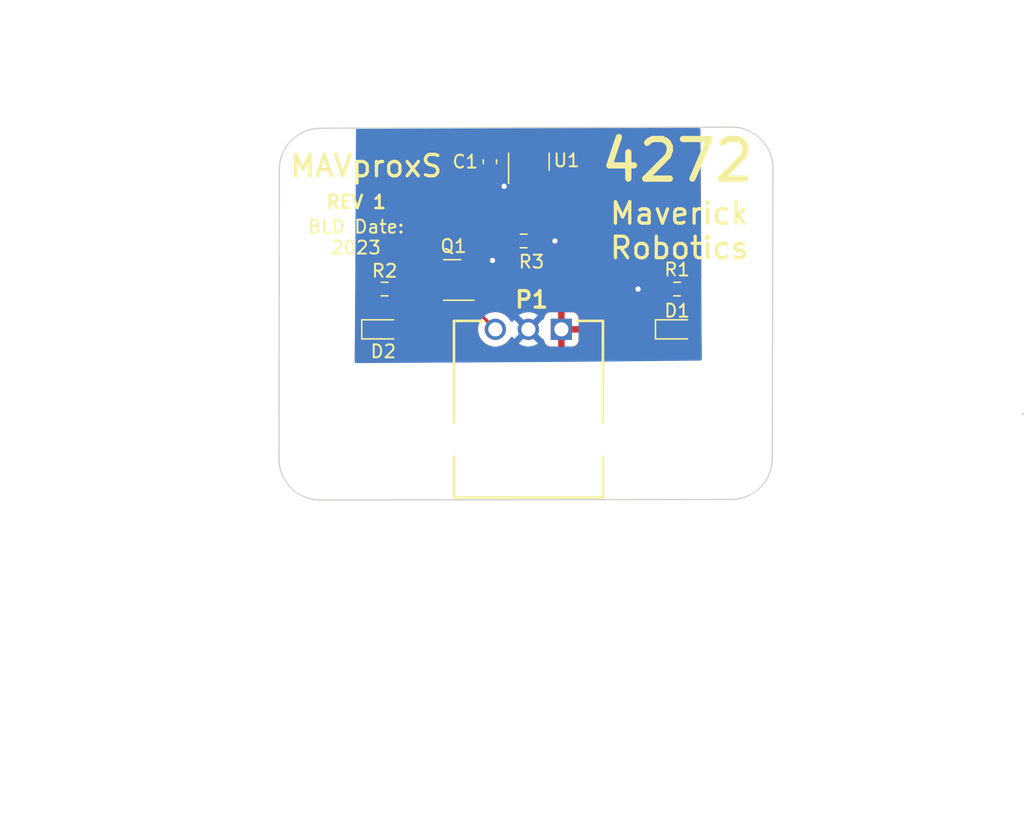
<source format=kicad_pcb>
(kicad_pcb (version 20221018) (generator pcbnew)
  (layers (0 "F.Cu" signal) (31 "B.Cu" signal) (34 "B.Paste" user) (35 "F.Paste" user) (36 "B.SilkS" user "B.Silkscreen") (37 "F.SilkS" user "F.Silkscreen") (38 "B.Mask" user) (39 "F.Mask" user) (44 "Edge.Cuts" user))
  (net 0 "")
  (net 1 "+3.3V")
  (net 2 "GND")
  (net 3 "Net-(D2-A)")
  (net 4 "Net-(Q1-G)")
  (net 5 "Net-(D2-K)")
  (net 6 "Net-(D1-A)")
  (footprint "LED_SMD:LED_0603_1608Metric_Pad1.05x0.95mm_HandSolder" (layer "F.Cu") (at 163.765 63.675)
    (fp_text reference "D1" (at 0 -1.43) (layer "F.SilkS"))
    (fp_text value "RED")
    (fp_line (start -1.66 -0.735) (end -1.66 0.735) (stroke (width 0.12)) (layer "F.SilkS"))
    (fp_line (start -1.66 0.735) (end 0.8 0.735) (stroke (width 0.12)) (layer "F.SilkS"))
    (fp_line (start 0.8 -0.735) (end -1.66 -0.735) (stroke (width 0.12)) (layer "F.SilkS"))
    (pad "1" smd roundrect (at -0.875 0) (size 1.05 0.95) (layers "F.Cu" "F.Paste" "F.Mask") (net 2 "GND"))
    (pad "2" smd roundrect (at 0.875 0) (size 1.05 0.95) (layers "F.Cu" "F.Paste" "F.Mask") (net 6 "Net-(D1-A)"))
  )
  (footprint "LED_SMD:LED_0603_1608Metric_Pad1.05x0.95mm_HandSolder" (layer "F.Cu") (at 141.165 63.675)
    (fp_text reference "D2" (at 0 1.7) (layer "F.SilkS"))
    (fp_text value "GRN")
    (fp_line (start -1.66 -0.735) (end -1.66 0.735) (stroke (width 0.12)) (layer "F.SilkS"))
    (fp_line (start -1.66 0.735) (end 0.8 0.735) (stroke (width 0.12)) (layer "F.SilkS"))
    (fp_line (start 0.8 -0.735) (end -1.66 -0.735) (stroke (width 0.12)) (layer "F.SilkS"))
    (pad "1" smd roundrect (at -0.875 0) (size 1.05 0.95) (layers "F.Cu" "F.Paste" "F.Mask") (net 5 "Net-(D2-K)"))
    (pad "2" smd roundrect (at 0.875 0) (size 1.05 0.95) (layers "F.Cu" "F.Paste" "F.Mask") (net 3 "Net-(D2-A)"))
  )
  (footprint "Package_TO_SOT_SMD:SOT-23" (layer "F.Cu") (at 152.365 50.775 90)
    (fp_text reference "U1" (at 0.1 2.9 180) (layer "F.SilkS"))
    (fp_text value "DRV5032FCBZR")
    (fp_line (start 0 -1.56) (end -1.675 -1.56) (stroke (width 0.12)) (layer "F.SilkS"))
    (fp_line (start 0 -1.56) (end 0.65 -1.56) (stroke (width 0.12)) (layer "F.SilkS"))
    (fp_line (start 0 1.56) (end -0.65 1.56) (stroke (width 0.12)) (layer "F.SilkS"))
    (fp_line (start 0 1.56) (end 0.65 1.56) (stroke (width 0.12)) (layer "F.SilkS"))
    (pad "1" smd roundrect (at -0.9375 -0.95 90) (size 1.475 0.6) (layers "F.Cu" "F.Paste" "F.Mask") (net 1 "+3.3V"))
    (pad "2" smd roundrect (at -0.9375 0.95 90) (size 1.475 0.6) (layers "F.Cu" "F.Paste" "F.Mask") (net 4 "Net-(Q1-G)"))
    (pad "3" smd roundrect (at 0.9375 0 90) (size 1.475 0.6) (layers "F.Cu" "F.Paste" "F.Mask") (net 2 "GND"))
  )
  (footprint "Package_TO_SOT_SMD:SOT-23" (layer "F.Cu") (at 146.465 59.875 180)
    (fp_text reference "Q1" (at -0.1 2.6 -360) (layer "F.SilkS"))
    (fp_text value "FDN338P")
    (fp_line (start 0 -1.56) (end -1.675 -1.56) (stroke (width 0.12)) (layer "F.SilkS"))
    (fp_line (start 0 -1.56) (end 0.65 -1.56) (stroke (width 0.12)) (layer "F.SilkS"))
    (fp_line (start 0 1.56) (end -0.65 1.56) (stroke (width 0.12)) (layer "F.SilkS"))
    (fp_line (start 0 1.56) (end 0.65 1.56) (stroke (width 0.12)) (layer "F.SilkS"))
    (pad "1" smd roundrect (at -0.9375 -0.95 180) (size 1.475 0.6) (layers "F.Cu" "F.Paste" "F.Mask") (net 4 "Net-(Q1-G)"))
    (pad "2" smd roundrect (at -0.9375 0.95 180) (size 1.475 0.6) (layers "F.Cu" "F.Paste" "F.Mask") (net 1 "+3.3V"))
    (pad "3" smd roundrect (at 0.9375 0 180) (size 1.475 0.6) (layers "F.Cu" "F.Paste" "F.Mask") (net 3 "Net-(D2-A)"))
  )
  (footprint "Resistor_SMD:R_0603_1608Metric_Pad0.98x0.95mm_HandSolder" (layer "F.Cu") (at 163.765 60.575)
    (fp_text reference "R1" (at 0 -1.5 180) (layer "F.SilkS"))
    (fp_text value "137")
    (fp_line (start -0.254724 -0.5225) (end 0.254724 -0.5225) (stroke (width 0.12)) (layer "F.SilkS"))
    (fp_line (start -0.254724 0.5225) (end 0.254724 0.5225) (stroke (width 0.12)) (layer "F.SilkS"))
    (pad "1" smd roundrect (at -0.9125 0) (size 0.975 0.95) (layers "F.Cu" "F.Paste" "F.Mask") (net 1 "+3.3V"))
    (pad "2" smd roundrect (at 0.9125 0) (size 0.975 0.95) (layers "F.Cu" "F.Paste" "F.Mask") (net 6 "Net-(D1-A)"))
  )
  (footprint "Resistor_SMD:R_0603_1608Metric_Pad0.98x0.95mm_HandSolder" (layer "F.Cu") (at 141.265 60.575)
    (fp_text reference "R2" (at 0 -1.4 180) (layer "F.SilkS"))
    (fp_text value "137")
    (fp_line (start -0.254724 -0.5225) (end 0.254724 -0.5225) (stroke (width 0.12)) (layer "F.SilkS"))
    (fp_line (start -0.254724 0.5225) (end 0.254724 0.5225) (stroke (width 0.12)) (layer "F.SilkS"))
    (pad "1" smd roundrect (at -0.9125 0) (size 0.975 0.95) (layers "F.Cu" "F.Paste" "F.Mask") (net 5 "Net-(D2-K)"))
    (pad "2" smd roundrect (at 0.9125 0) (size 0.975 0.95) (layers "F.Cu" "F.Paste" "F.Mask") (net 2 "GND"))
  )
  (footprint "Library Loader:705550037" (layer "F.Cu") (at 154.865 63.675)
    (fp_text reference "P1" (at -2.286 -2.286) (layer "F.SilkS") (effects (font (size 1.27 1.27) (thickness 0.254))))
    (fp_text value "15-91-7030" hide)
    (fp_line (start -8.265 -0.65) (end -6 -0.65) (stroke (width 0.2)) (layer "F.SilkS"))
    (fp_line (start -8.265 7.2) (end -8.265 -0.65) (stroke (width 0.2)) (layer "F.SilkS"))
    (fp_line (start -8.265 12.94) (end -8.265 9.8) (stroke (width 0.2)) (layer "F.SilkS"))
    (fp_line (start 1.2 -0.65) (end 3.2 -0.65) (stroke (width 0.2)) (layer "F.SilkS"))
    (fp_line (start 3.185 9.8) (end 3.185 12.94) (stroke (width 0.2)) (layer "F.SilkS"))
    (fp_line (start 3.185 12.94) (end -8.265 12.94) (stroke (width 0.2)) (layer "F.SilkS"))
    (fp_line (start 3.2 -0.65) (end 3.185 7.2) (stroke (width 0.2)) (layer "F.SilkS"))
    (pad "" np_thru_hole circle (at -6.48 8.64) (size 0.001 0.001) (drill 3.4) (layers "*.Cu" "*.Mask"))
    (pad "" np_thru_hole circle (at 1.4 8.64) (size 0.001 0.001) (drill 3.4) (layers "*.Cu" "*.Mask"))
    (pad "1" thru_hole rect (at 0 0) (size 1.635 1.635) (drill 1.09) (layers "*.Cu" "*.Mask") (net 2 "GND"))
    (pad "2" thru_hole circle (at -2.54 0) (size 1.635 1.635) (drill 1.09) (layers "*.Cu" "*.Mask") (net 1 "+3.3V"))
    (pad "3" thru_hole circle (at -5.08 0) (size 1.635 1.635) (drill 1.09) (layers "*.Cu" "*.Mask") (net 4 "Net-(Q1-G)"))
  )
  (footprint "MountingHole:MountingHole_3.5mm" (layer "F.Cu") (at 165.1 71.875)
    (fp_text reference "REF**" hide)
    (fp_text value "MountingHole_3.5mm")
    (pad "" np_thru_hole circle (at 0 0) (size 3.5 3.5) (drill 3.5) (layers "*.Cu" "*.Mask"))
  )
  (footprint "Resistor_SMD:R_0603_1608Metric_Pad0.98x0.95mm_HandSolder" (layer "F.Cu") (at 151.965 56.875)
    (fp_text reference "R3" (at 0.6 1.6) (layer "F.SilkS"))
    (fp_text value "100K")
    (fp_line (start -0.254724 -0.5225) (end 0.254724 -0.5225) (stroke (width 0.12)) (layer "F.SilkS"))
    (fp_line (start -0.254724 0.5225) (end 0.254724 0.5225) (stroke (width 0.12)) (layer "F.SilkS"))
    (pad "1" smd roundrect (at -0.9125 0) (size 0.975 0.95) (layers "F.Cu" "F.Paste" "F.Mask") (net 4 "Net-(Q1-G)"))
    (pad "2" smd roundrect (at 0.9125 0) (size 0.975 0.95) (layers "F.Cu" "F.Paste" "F.Mask") (net 1 "+3.3V"))
  )
  (footprint "Capacitor_SMD:C_0603_1608Metric_Pad1.08x0.95mm_HandSolder" (layer "F.Cu") (at 149.365 50.775 90)
    (fp_text reference "C1" (at 0 -1.9 180) (layer "F.SilkS"))
    (fp_text value "100nF")
    (fp_line (start -0.146267 -0.51) (end 0.146267 -0.51) (stroke (width 0.12)) (layer "F.SilkS"))
    (fp_line (start -0.146267 0.51) (end 0.146267 0.51) (stroke (width 0.12)) (layer "F.SilkS"))
    (pad "1" smd roundrect (at -0.8625 0 90) (size 1.075 0.95) (layers "F.Cu" "F.Paste" "F.Mask") (net 1 "+3.3V"))
    (pad "2" smd roundrect (at 0.8625 0 90) (size 1.075 0.95) (layers "F.Cu" "F.Paste" "F.Mask") (net 2 "GND"))
  )
  (footprint "MountingHole:MountingHole_3.5mm" (layer "F.Cu") (at 139.7 71.875)
    (fp_text reference "REF**" hide)
    (fp_text value "MountingHole_3.5mm")
    (pad "" np_thru_hole circle (at 0 0) (size 3.5 3.5) (drill 3.5) (layers "*.Cu" "*.Mask"))
  )
  (gr_arc (start 171.094936 73.5875) (mid 170.165 75.832564) (end 167.919936 76.7625) (stroke (width 0.1)) (layer "Edge.Cuts"))
  (gr_line (start 190.365 70.175) (end 190.365 70.175) (stroke (width 0.2)) (layer "Edge.Cuts"))
  (gr_arc (start 133.165 51.375) (mid 134.094936 49.129936) (end 136.34 48.2) (stroke (width 0.1)) (layer "Edge.Cuts"))
  (gr_arc (start 136.310064 76.804936) (mid 134.065 75.875) (end 133.135064 73.629936) (stroke (width 0.1)) (layer "Edge.Cuts"))
  (gr_arc (start 167.965 48.1125) (mid 170.210064 49.042436) (end 171.14 51.2875) (stroke (width 0.1)) (layer "Edge.Cuts"))
  (gr_line (start 133.165 51.375) (end 133.135064 73.629936) (stroke (width 0.1)) (layer "Edge.Cuts"))
  (gr_line (start 136.34 48.2) (end 167.965 48.1125) (stroke (width 0.1)) (layer "Edge.Cuts"))
  (gr_line (start 167.919936 76.7625) (end 136.310064 76.804936) (stroke (width 0.1)) (layer "Edge.Cuts"))
  (gr_line (start 171.14 51.2875) (end 171.094936 73.5875) (stroke (width 0.1)) (layer "Edge.Cuts"))
  (gr_text "MAVproxS" (at 133.865 52.075) (layer "F.SilkS") (effects (font (size 1.651 1.651) (thickness 0.254)) (justify left bottom)))
  (gr_text "BLD Date:\n2023" (at 139.065 57.975) (layer "F.SilkS") (effects (font (size 1 1)) (justify bottom)))
  (gr_text "REV 1" (at 136.665 54.475) (layer "F.SilkS") (effects (font (size 1.016 1.016) (thickness 0.2032) bold) (justify left bottom)))
  (gr_text "4272" (at 157.665 52.475) (layer "F.SilkS") (effects (font (size 3.048 3.048) (thickness 0.4826)) (justify left bottom)))
  (gr_text "Maverick \nRobotics" (at 158.465 58.375) (layer "F.SilkS") (effects (font (size 1.651 1.651) (thickness 0.254)) (justify left bottom)))
  (segment (start 149.565 58.375) (end 147.9525 58.375) (width 0.25) (layer "F.Cu") (net 1))
  (segment (start 150.39625 52.66875) (end 149.365 51.6375) (width 0.25) (layer "F.Cu") (net 1))
  (segment (start 150.45875 52.66875) (end 151.415 51.7125) (width 0.25) (layer "F.Cu") (net 1))
  (segment (start 147.9525 58.375) (end 147.4025 58.925) (width 0.25) (layer "F.Cu") (net 1))
  (segment (start 152.8775 56.875) (end 154.365 56.875) (width 0.25) (layer "F.Cu") (net 1))
  (segment (start 162.8525 60.575) (end 160.765 60.575) (width 0.25) (layer "F.Cu") (net 1))
  (segment (start 150.45875 52.66875) (end 150.39625 52.66875) (width 0.25) (layer "F.Cu") (net 1))
  (via (at 149.565 58.375) (size 0.8) (drill 0.4) (layers "F.Cu" "B.Cu") (net 1))
  (via (at 160.765 60.575) (size 0.8) (drill 0.4) (layers "F.Cu" "B.Cu") (net 1))
  (via (at 154.365 56.875) (size 0.8) (drill 0.4) (layers "F.Cu" "B.Cu") (net 1))
  (via (at 150.45875 52.66875) (size 0.8) (drill 0.4) (layers "F.Cu" "B.Cu") (net 1))
  (segment (start 145.5275 60.1875) (end 142.04 63.675) (width 0.25) (layer "F.Cu") (net 3))
  (segment (start 145.5275 59.875) (end 145.5275 60.1875) (width 0.25) (layer "F.Cu") (net 3))
  (segment (start 153.315 51.7125) (end 153.315 54.6125) (width 0.25) (layer "F.Cu") (net 4))
  (segment (start 147.4025 61.2925) (end 149.785 63.675) (width 0.25) (layer "F.Cu") (net 4))
  (segment (start 147.4025 60.825) (end 147.4025 61.2925) (width 0.25) (layer "F.Cu") (net 4))
  (segment (start 151.0525 58.7) (end 148.9275 60.825) (width 0.25) (layer "F.Cu") (net 4))
  (segment (start 148.9275 60.825) (end 147.4025 60.825) (width 0.25) (layer "F.Cu") (net 4))
  (segment (start 153.315 54.6125) (end 151.0525 56.875) (width 0.25) (layer "F.Cu") (net 4))
  (segment (start 151.0525 56.875) (end 151.0525 58.7) (width 0.25) (layer "F.Cu") (net 4))
  (segment (start 140.3525 63.6125) (end 140.29 63.675) (width 0.25) (layer "F.Cu") (net 5))
  (segment (start 140.3525 60.575) (end 140.3525 63.6125) (width 0.25) (layer "F.Cu") (net 5))
  (segment (start 164.6775 60.575) (end 164.6775 63.6375) (width 0.25) (layer "F.Cu") (net 6))
  (segment (start 164.6775 63.6375) (end 164.64 63.675) (width 0.25) (layer "F.Cu") (net 6))
  (zone (net 2) (net_name "GND") (layer "F.Cu") (connect_pads (clearance 0.508)) (min_thickness 0.25) (fill yes (thermal_gap 0.5) (thermal_bridge_width 0.5))
    (polygon (pts (xy 141.265 48.175) (xy 153.465 48.175) (xy 165.565 48.175) (xy 165.665 66.075) (xy 154.865 66.075) (xy 138.965 66.175) (xy 139.165 48.175)))
  )
  (zone (net 0) (net_name "") (layer "F.Cu") (connect_pads (clearance 0)) (min_thickness 0.25)
    (keepout (tracks allowed) (vias not_allowed) (pads not_allowed) (copperpour not_allowed) (footprints allowed))
    (fill (thermal_gap 0.5) (thermal_bridge_width 0.5))
    (polygon (pts (xy 150.265 50.375) (xy 151.665 50.375) (xy 151.665 50.675) (xy 150.265 50.675)))
  )
  (zone (net 1) (net_name "+3.3V") (layer "B.Cu") (priority 1) (connect_pads (clearance 0.508)) (min_thickness 0.25) (fill yes (thermal_gap 0.5) (thermal_bridge_width 0.5))
    (polygon (pts (xy 139.065 48.175) (xy 152.265 48.175) (xy 165.565 48.175) (xy 165.665 66.075) (xy 155.565 66.175) (xy 138.965 66.275)))
  )
)
</source>
